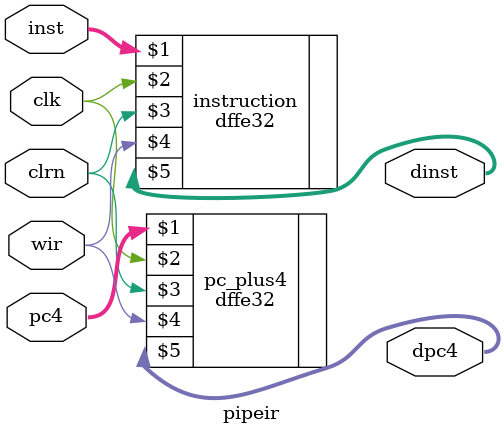
<source format=v>
module pipeir(pc4, inst, wir, clk, clrn, dpc4, dinst);

	input [31:0] pc4,  inst;   //输入要保存的信号 pc4和inst
	input        wir, clk, clrn;

	output [31:0] dpc4, dinst;  //pc4转为dpc4, inst转为dinst

	dffe32 pc_plus4(pc4, clk, clrn, wir, dpc4);
	dffe32 instruction (inst, clk, clrn, wir, dinst);

endmodule


</source>
